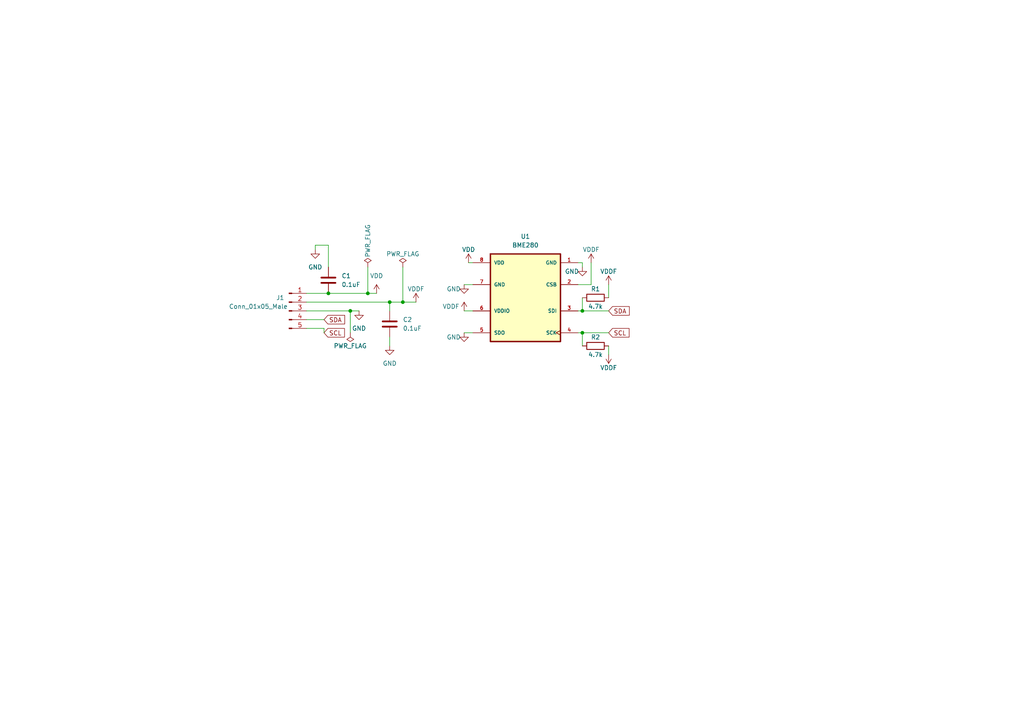
<source format=kicad_sch>
(kicad_sch (version 20211123) (generator eeschema)
  (paper "A4")
  (lib_symbols
    (symbol "BME280:BME280" (pin_names (offset 1.016))
      (property "Reference" "U?" (at 0 17.78 0))
      (property "Value" "BME280" (at 0 15.24 0))
      (symbol "BME280_0_0"
        (rectangle (start -10.16 -12.7) (end 10.16 12.7) (stroke (width 0.4064)) (fill (type background)))
        (pin power_in line (at 15.24 10.16 180) (length 5.08) (name "GND") (number "1"))
        (pin input line (at 15.24 3.81 180) (length 5.08) (name "CSB") (number "2"))
        (pin bidirectional line (at 15.24 -3.81 180) (length 5.08) (name "SDI") (number "3"))
        (pin input clock (at 15.24 -10.16 180) (length 5.08) (name "SCK") (number "4"))
        (pin bidirectional line (at -15.24 -10.16 0) (length 5.08) (name "SDO") (number "5"))
        (pin power_in line (at -15.24 -3.81 0) (length 5.08) (name "VDDIO") (number "6"))
        (pin power_in line (at -15.24 3.81 0) (length 5.08) (name "GND") (number "7"))
        (pin power_in line (at -15.24 10.16 0) (length 5.08) (name "VDD") (number "8"))
      )
    )
    (symbol "Connector:Conn_01x05_Male" (pin_names (offset 1.016) hide)
      (property "Reference" "J" (at 0 7.62 0))
      (property "Value" "Conn_01x05_Male" (at 0 -7.62 0))
      (symbol "Conn_01x05_Male_1_1"
        (polyline (pts (xy 1.27 -5.08) (xy 0.8636 -5.08)) (stroke (width 0.1524)))
        (polyline (pts (xy 1.27 -2.54) (xy 0.8636 -2.54)) (stroke (width 0.1524)))
        (polyline (pts (xy 1.27 0) (xy 0.8636 0)) (stroke (width 0.1524)))
        (polyline (pts (xy 1.27 2.54) (xy 0.8636 2.54)) (stroke (width 0.1524)))
        (polyline (pts (xy 1.27 5.08) (xy 0.8636 5.08)) (stroke (width 0.1524)))
        (rectangle (start 0.8636 -4.953) (end 0 -5.207) (stroke (width 0.1524)) (fill (type outline)))
        (rectangle (start 0.8636 -2.413) (end 0 -2.667) (stroke (width 0.1524)) (fill (type outline)))
        (rectangle (start 0.8636 0.127) (end 0 -0.127) (stroke (width 0.1524)) (fill (type outline)))
        (rectangle (start 0.8636 2.667) (end 0 2.413) (stroke (width 0.1524)) (fill (type outline)))
        (rectangle (start 0.8636 5.207) (end 0 4.953) (stroke (width 0.1524)) (fill (type outline)))
        (pin passive line (at 5.08 5.08 180) (length 3.81) (name "Pin_1") (number "1"))
        (pin passive line (at 5.08 2.54 180) (length 3.81) (name "Pin_2") (number "2"))
        (pin passive line (at 5.08 0 180) (length 3.81) (name "Pin_3") (number "3"))
        (pin passive line (at 5.08 -2.54 180) (length 3.81) (name "Pin_4") (number "4"))
        (pin passive line (at 5.08 -5.08 180) (length 3.81) (name "Pin_5") (number "5"))
      )
    )
    (symbol "Device:C" (pin_numbers hide) (pin_names (offset 0.254))
      (property "Reference" "C" (at 0.635 2.54 0))
      (property "Value" "C" (at 0.635 -2.54 0))
      (symbol "C_0_1"
        (polyline (pts (xy -2.032 -0.762) (xy 2.032 -0.762)) (stroke (width 0.508)))
        (polyline (pts (xy -2.032 0.762) (xy 2.032 0.762)) (stroke (width 0.508)))
      )
      (symbol "C_1_1"
        (pin passive line (at 0 3.81 270) (length 2.794) (name "~") (number "1"))
        (pin passive line (at 0 -3.81 90) (length 2.794) (name "~") (number "2"))
      )
    )
    (symbol "Device:R" (pin_numbers hide) (pin_names (offset 0))
      (property "Reference" "R" (at 2.032 0 90))
      (property "Value" "R" (at 0 0 90))
      (symbol "R_0_1"
        (rectangle (start -1.016 -2.54) (end 1.016 2.54) (stroke (width 0.254)))
      )
      (symbol "R_1_1"
        (pin passive line (at 0 3.81 270) (length 1.27) (name "~") (number "1"))
        (pin passive line (at 0 -3.81 90) (length 1.27) (name "~") (number "2"))
      )
    )
    (symbol "power:GND" (power) (pin_names (offset 0))
      (property "Value" "GND" (at 0 -3.81 0))
      (symbol "GND_0_1"
        (polyline (pts (xy 0 0) (xy 0 -1.27) (xy 1.27 -1.27) (xy 0 -2.54) (xy -1.27 -1.27) (xy 0 -1.27)))
      )
      (symbol "GND_1_1"
        (pin power_in line (at 0 0 270) (length 0) hide (name "GND") (number "1"))
      )
    )
    (symbol "power:PWR_FLAG" (power) (pin_numbers hide) (pin_names (offset 0) hide)
      (property "Value" "PWR_FLAG" (at 0 3.81 0))
      (symbol "PWR_FLAG_0_0"
        (pin power_out line (at 0 0 90) (length 0) (name "pwr") (number "1"))
      )
      (symbol "PWR_FLAG_0_1"
        (polyline (pts (xy 0 0) (xy 0 1.27) (xy -1.016 1.905) (xy 0 2.54) (xy 1.016 1.905) (xy 0 1.27)))
      )
    )
    (symbol "power:VDD" (power) (pin_names (offset 0))
      (property "Value" "VDD" (at 0 3.81 0))
      (symbol "VDD_0_1"
        (polyline (pts (xy -0.762 1.27) (xy 0 2.54)))
        (polyline (pts (xy 0 0) (xy 0 2.54)))
        (polyline (pts (xy 0 2.54) (xy 0.762 1.27)))
      )
      (symbol "VDD_1_1"
        (pin power_in line (at 0 0 90) (length 0) hide (name "VDD") (number "1"))
      )
    )
    (symbol "power:VDDF" (power) (pin_names (offset 0))
      (property "Value" "VDDIO" (at 3.81 2.54 0))
      (symbol "VDDF_0_1"
        (polyline (pts (xy -0.762 1.27) (xy 0 2.54)))
        (polyline (pts (xy 0 0) (xy 0 2.54)))
        (polyline (pts (xy 0 2.54) (xy 0.762 1.27)))
      )
      (symbol "VDDF_1_1"
        (pin power_in line (at 0 0 90) (length 0) hide (name "VDDF") (number "1"))
      )
    )
  )
  (junction (at 168.91 96.52))
  (junction (at 106.68 85.09))
  (junction (at 101.6 90.17))
  (junction (at 168.91 90.17))
  (junction (at 116.84 87.63))
  (junction (at 113.03 87.63))
  (junction (at 95.25 85.09))
  (wire (pts (xy 116.84 77.47) (xy 116.84 87.63)))
  (wire (pts (xy 88.9 90.17) (xy 101.6 90.17)))
  (wire (pts (xy 168.91 96.52) (xy 176.53 96.52)))
  (wire (pts (xy 91.44 71.12) (xy 95.25 71.12)))
  (wire (pts (xy 88.9 85.09) (xy 95.25 85.09)))
  (wire (pts (xy 168.91 90.17) (xy 176.53 90.17)))
  (wire (pts (xy 95.25 71.12) (xy 95.25 77.47)))
  (wire (pts (xy 113.03 97.79) (xy 113.03 100.33)))
  (wire (pts (xy 88.9 87.63) (xy 113.03 87.63)))
  (wire (pts (xy 91.44 72.39) (xy 91.44 71.12)))
  (wire (pts (xy 113.03 87.63) (xy 116.84 87.63)))
  (wire (pts (xy 134.62 90.17) (xy 137.16 90.17)))
  (wire (pts (xy 167.64 82.55) (xy 171.45 82.55)))
  (wire (pts (xy 93.98 95.25) (xy 88.9 95.25)))
  (wire (pts (xy 168.91 86.36) (xy 168.91 90.17)))
  (wire (pts (xy 171.45 82.55) (xy 171.45 76.2)))
  (wire (pts (xy 106.68 77.47) (xy 106.68 85.09)))
  (wire (pts (xy 167.64 90.17) (xy 168.91 90.17)))
  (wire (pts (xy 167.64 96.52) (xy 168.91 96.52)))
  (wire (pts (xy 168.91 96.52) (xy 168.91 100.33)))
  (wire (pts (xy 167.64 76.2) (xy 168.91 76.2)))
  (wire (pts (xy 101.6 96.52) (xy 101.6 90.17)))
  (wire (pts (xy 95.25 85.09) (xy 106.68 85.09)))
  (wire (pts (xy 116.84 87.63) (xy 120.65 87.63)))
  (wire (pts (xy 134.62 82.55) (xy 137.16 82.55)))
  (wire (pts (xy 168.91 76.2) (xy 168.91 77.47)))
  (wire (pts (xy 88.9 92.71) (xy 93.98 92.71)))
  (wire (pts (xy 176.53 100.33) (xy 176.53 102.87)))
  (wire (pts (xy 109.22 85.09) (xy 106.68 85.09)))
  (wire (pts (xy 93.98 96.52) (xy 93.98 95.25)))
  (wire (pts (xy 176.53 82.55) (xy 176.53 86.36)))
  (wire (pts (xy 113.03 87.63) (xy 113.03 90.17)))
  (wire (pts (xy 101.6 90.17) (xy 104.14 90.17)))
  (wire (pts (xy 135.89 76.2) (xy 137.16 76.2)))
  (wire (pts (xy 137.16 96.52) (xy 134.62 96.52)))
  (global_label "SDA" (shape input) (at 93.98 92.71 0) (property "Intersheet References" "${INTERSHEET_REFS}" (effects hide)))
  (global_label "SDA" (shape input) (at 176.53 90.17 0) (property "Intersheet References" "${INTERSHEET_REFS}" (effects hide)))
  (global_label "SCL" (shape input) (at 93.98 96.52 0) (property "Intersheet References" "${INTERSHEET_REFS}" (effects hide)))
  (global_label "SCL" (shape input) (at 176.53 96.52 0) (property "Intersheet References" "${INTERSHEET_REFS}" (effects hide)))
  (symbol (lib_id "Connector:Conn_01x05_Male") (at 83.82 90.17 0) (unit 1)
    (property "Reference" "J1" (at 81.28 86.36 0))
    (property "Value" "Conn_01x05_Male" (at 74.93 88.9 0))
    (property "Footprint" "Connector_PinHeader_2.54mm:PinHeader_1x05_P2.54mm_Horizontal" (effects hide))
  )
  (symbol (lib_id "power:VDDF") (at 171.45 76.2 0) (unit 1)
    (property "Reference" "#PWR011" (effects hide))
    (property "Value" "VDDIO" (at 171.45 72.39 0))
  )
  (symbol (lib_id "BME280:BME280") (at 152.4 86.36 0) (unit 1)
    (property "Reference" "U1" (at 152.4 68.58 0))
    (property "Value" "BME280" (at 152.4 71.12 0))
    (property "Footprint" "PSON65P250X250X100-8N" (effects hide))
    (property "MF" "Bosch" (effects hide))
    (property "DESCRIPTION" "Integrated pressure, humidity and temperature sensor; 8-pin 2.5x2.5x0.93mm LGA" (effects hide))
    (property "PACKAGE" "LGA-8 Bosch" (effects hide))
    (property "PRICE" "4.94 USD" (effects hide))
    (property "STANDARD" "IPC-7351B" (effects hide))
    (property "MP" "BME280" (effects hide))
    (property "AVAILABILITY" "Good" (effects hide))
  )
  (symbol (lib_id "power:VDD") (at 135.89 76.2 0) (unit 1)
    (property "Reference" "#PWR09" (effects hide))
    (property "Value" "VDD" (at 135.89 72.39 0))
  )
  (symbol (lib_id "power:PWR_FLAG") (at 106.68 77.47 0) (unit 1)
    (property "Reference" "#FLG01" (effects hide))
    (property "Value" "PWR_FLAG" (at 106.68 69.85 90))
  )
  (symbol (lib_id "power:GND") (at 104.14 90.17 0) (unit 1)
    (property "Reference" "#PWR07" (effects hide))
    (property "Value" "GND" (at 104.14 95.25 0))
  )
  (symbol (lib_id "power:PWR_FLAG") (at 116.84 77.47 0) (unit 1)
    (property "Reference" "#FLG02" (effects hide))
    (property "Value" "PWR_FLAG" (at 116.84 73.66 0))
  )
  (symbol (lib_id "Device:C") (at 113.03 93.98 0) (unit 1)
    (property "Reference" "C2" (at 116.84 92.7099 0) (effects (justify left)))
    (property "Value" "0.1uF" (at 116.84 95.2499 0) (effects (justify left)))
    (property "Footprint" "Capacitor_SMD:C_0603_1608Metric_Pad1.08x0.95mm_HandSolder" (effects hide))
    (property "Digikey" "https://www.digikey.com/short/3wn2fdb2" (effects hide))
    (property "Unit Price" "0.10" (effects hide))
  )
  (symbol (lib_id "Device:R") (at 172.72 86.36 90) (unit 1)
    (property "Reference" "R1" (at 172.72 83.82 90))
    (property "Value" "4.7k" (at 172.72 88.9 90))
    (property "Footprint" "Resistor_SMD:R_0603_1608Metric_Pad0.98x0.95mm_HandSolder" (effects hide))
    (property "Digikey" "https://www.digikey.com/short/4bjthv3d" (effects hide))
    (property "Unit Price" "0.10" (effects hide))
  )
  (symbol (lib_id "power:GND") (at 134.62 82.55 0) (unit 1)
    (property "Reference" "#PWR04" (effects hide))
    (property "Value" "GND" (at 129.54 83.82 0) (effects (justify left)))
  )
  (symbol (lib_id "power:GND") (at 134.62 96.52 0) (unit 1)
    (property "Reference" "#PWR08" (effects hide))
    (property "Value" "GND" (at 129.54 97.79 0) (effects (justify left)))
  )
  (symbol (lib_id "power:VDDF") (at 176.53 82.55 0) (unit 1)
    (property "Reference" "#PWR012" (effects hide))
    (property "Value" "VDDIO" (at 176.53 78.74 0))
  )
  (symbol (lib_id "power:VDDF") (at 134.62 90.17 0) (unit 1)
    (property "Reference" "#PWR05" (effects hide))
    (property "Value" "VDDIO" (at 130.81 88.9 0))
  )
  (symbol (lib_id "power:GND") (at 91.44 72.39 0) (unit 1)
    (property "Reference" "#PWR01" (effects hide))
    (property "Value" "GND" (at 91.44 77.47 0))
  )
  (symbol (lib_id "Device:C") (at 95.25 81.28 0) (unit 1)
    (property "Reference" "C1" (at 99.06 80.0099 0) (effects (justify left)))
    (property "Value" "0.1uF" (at 99.06 82.5499 0) (effects (justify left)))
    (property "Footprint" "Capacitor_SMD:C_0603_1608Metric_Pad1.08x0.95mm_HandSolder" (effects hide))
    (property "Digikey" "https://www.digikey.com/short/3wn2fdb2" (effects hide))
    (property "Unit Price" "0.10" (effects hide))
  )
  (symbol (lib_id "power:PWR_FLAG") (at 101.6 96.52 180) (unit 1)
    (property "Reference" "#FLG03" (effects hide))
    (property "Value" "PWR_FLAG" (at 101.6 100.33 0))
  )
  (symbol (lib_id "Device:R") (at 172.72 100.33 90) (unit 1)
    (property "Reference" "R2" (at 172.72 97.79 90))
    (property "Value" "4.7k" (at 172.72 102.87 90))
    (property "Footprint" "Resistor_SMD:R_0603_1608Metric_Pad0.98x0.95mm_HandSolder" (effects hide))
    (property "Digikey" "https://www.digikey.com/short/4bjthv3d" (effects hide))
    (property "Unit Price" "0.10" (effects hide))
  )
  (symbol (lib_id "power:GND") (at 168.91 77.47 0) (unit 1)
    (property "Reference" "#PWR010" (effects hide))
    (property "Value" "GND" (at 163.83 78.74 0) (effects (justify left)))
  )
  (symbol (lib_id "power:VDDF") (at 120.65 87.63 0) (unit 1)
    (property "Reference" "#PWR06" (effects hide))
    (property "Value" "VDDIO" (at 120.65 83.82 0))
  )
  (symbol (lib_id "power:GND") (at 113.03 100.33 0) (unit 1)
    (property "Reference" "#PWR03" (effects hide))
    (property "Value" "GND" (at 113.03 105.41 0))
  )
  (symbol (lib_id "power:VDDF") (at 176.53 102.87 180) (unit 1)
    (property "Reference" "#PWR013" (effects hide))
    (property "Value" "VDDIO" (at 176.53 106.68 0))
  )
  (symbol (lib_id "power:VDD") (at 109.22 85.09 0) (unit 1)
    (property "Reference" "#PWR02" (effects hide))
    (property "Value" "VDD" (at 109.22 80.01 0))
  )
)
</source>
